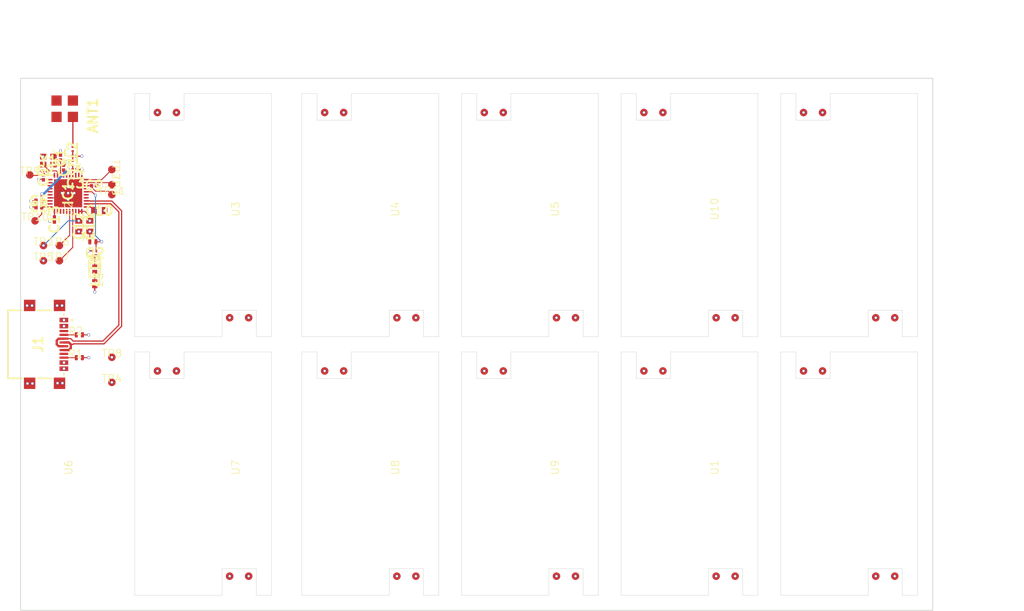
<source format=kicad_pcb>
(kicad_pcb (version 20221018) (generator pcbnew)
  (layers (0 "F.Cu" signal) (1 "In1.Cu" signal) (2 "In2.Cu" signal) (31 "B.Cu" signal) (34 "B.Paste" user) (35 "F.Paste" user) (36 "B.SilkS" user "B.Silkscreen") (37 "F.SilkS" user "F.Silkscreen") (38 "B.Mask" user) (39 "F.Mask" user) (44 "Edge.Cuts" user))
  (net 0 "")
  (net 3 "GND")
  (net 4 "VBUS")
  (net 5 "Net-(J1-CC1)")
  (net 6 "Net-(J1-CC2)")
  (net 7 "Net-(ANT1-FEED)")
  (net 11 "/XC1")
  (net 12 "/XC2")
  (net 13 "Net-(IC1-ANT)")
  (net 14 "Net-(C4-Pad2)")
  (net 15 "Net-(IC1-VDD_4)")
  (net 16 "/DEC_4_6")
  (net 17 "Net-(IC1-DEC3)")
  (net 18 "Net-(IC1-VDD_3)")
  (net 19 "Net-(IC1-VDD_2)")
  (net 20 "Net-(IC1-DECUSB)")
  (net 21 "/VDD_nRF")
  (net 22 "Net-(IC1-DEC1)")
  (net 26 "/LED_GPIO")
  (net 27 "/UART_TX")
  (net 28 "/UART_RX")
  (net 33 "Net-(IC1-SWDIO)")
  (net 34 "Net-(IC1-SWDCLK)")
  (net 45 "Net-(LED1-K)")
  (net 46 "Net-(LED1-A)")
  (net 47 "/D_P")
  (net 48 "/D_N")
  (footprint "the_backrooms:fbt_tracker" (layer "F.Cu") (at 111 54.5 90)
    (fp_text reference "U4")
    (fp_text value "~")
    (fp_line (start -29.5 -3) (end -29.5 8.5) (stroke (width 0.05)) (layer "Edge.Cuts"))
    (fp_line (start -29.5 8.5) (end -26 8.5) (stroke (width 0.05)) (layer "Edge.Cuts"))
    (fp_line (start -29.5 13) (end -29.5 15) (stroke (width 0.05)) (layer "Edge.Cuts"))
    (fp_line (start -29.5 15) (end 2.5 15) (stroke (width 0.05)) (layer "Edge.Cuts"))
    (fp_line (start -26 8.5) (end -26 13) (stroke (width 0.05)) (layer "Edge.Cuts"))
    (fp_line (start -26 13) (end -29.5 13) (stroke (width 0.05)) (layer "Edge.Cuts"))
    (fp_line (start -1 -1) (end 2.5 -1) (stroke (width 0.05)) (layer "Edge.Cuts"))
    (fp_line (start -1 3.5) (end -1 -1) (stroke (width 0.05)) (layer "Edge.Cuts"))
    (fp_line (start 2.5 -3) (end -29.5 -3) (stroke (width 0.05)) (layer "Edge.Cuts"))
    (fp_line (start 2.5 -1) (end 2.5 -3) (stroke (width 0.05)) (layer "Edge.Cuts"))
    (fp_line (start 2.5 3.5) (end -1 3.5) (stroke (width 0.05)) (layer "Edge.Cuts"))
    (fp_line (start 2.5 15) (end 2.5 3.5) (stroke (width 0.05)) (layer "Edge.Cuts"))
  )
  (footprint "the_backrooms:LQP03HQ0N5B02D" (layer "F.Cu") (at 56.85 61.15 90)
    (fp_text reference "L1")
    (fp_text value "4.7nH" hide)
  )
  (footprint "the_backrooms:tp_1mm" (layer "F.Cu") (at 62 86.7)
    (fp_text reference "TP8")
    (fp_text value "~")
  )
  (footprint "sodimm_wallbreaker:CAPC0603X33N" (layer "F.Cu") (at 55.65 61.75 90)
    (fp_text reference "C7")
    (fp_text value "100pF" hide)
  )
  (footprint "the_backrooms:fbt_tracker" (layer "F.Cu") (at 90 88.5 90)
    (fp_text reference "U7")
    (fp_text value "~")
    (fp_line (start -29.5 -3) (end -29.5 8.5) (stroke (width 0.05)) (layer "Edge.Cuts"))
    (fp_line (start -29.5 8.5) (end -26 8.5) (stroke (width 0.05)) (layer "Edge.Cuts"))
    (fp_line (start -29.5 13) (end -29.5 15) (stroke (width 0.05)) (layer "Edge.Cuts"))
    (fp_line (start -29.5 15) (end 2.5 15) (stroke (width 0.05)) (layer "Edge.Cuts"))
    (fp_line (start -26 8.5) (end -26 13) (stroke (width 0.05)) (layer "Edge.Cuts"))
    (fp_line (start -26 13) (end -29.5 13) (stroke (width 0.05)) (layer "Edge.Cuts"))
    (fp_line (start -1 -1) (end 2.5 -1) (stroke (width 0.05)) (layer "Edge.Cuts"))
    (fp_line (start -1 3.5) (end -1 -1) (stroke (width 0.05)) (layer "Edge.Cuts"))
    (fp_line (start 2.5 -3) (end -29.5 -3) (stroke (width 0.05)) (layer "Edge.Cuts"))
    (fp_line (start 2.5 -1) (end 2.5 -3) (stroke (width 0.05)) (layer "Edge.Cuts"))
    (fp_line (start 2.5 3.5) (end -1 3.5) (stroke (width 0.05)) (layer "Edge.Cuts"))
    (fp_line (start 2.5 15) (end 2.5 3.5) (stroke (width 0.05)) (layer "Edge.Cuts"))
  )
  (footprint "the_backrooms:fbt_tracker" (layer "F.Cu") (at 153 88.5 90)
    (fp_text reference "U1")
    (fp_text value "~")
    (fp_line (start -29.5 -3) (end -29.5 8.5) (stroke (width 0.05)) (layer "Edge.Cuts"))
    (fp_line (start -29.5 8.5) (end -26 8.5) (stroke (width 0.05)) (layer "Edge.Cuts"))
    (fp_line (start -29.5 13) (end -29.5 15) (stroke (width 0.05)) (layer "Edge.Cuts"))
    (fp_line (start -29.5 15) (end 2.5 15) (stroke (width 0.05)) (layer "Edge.Cuts"))
    (fp_line (start -26 8.5) (end -26 13) (stroke (width 0.05)) (layer "Edge.Cuts"))
    (fp_line (start -26 13) (end -29.5 13) (stroke (width 0.05)) (layer "Edge.Cuts"))
    (fp_line (start -1 -1) (end 2.5 -1) (stroke (width 0.05)) (layer "Edge.Cuts"))
    (fp_line (start -1 3.5) (end -1 -1) (stroke (width 0.05)) (layer "Edge.Cuts"))
    (fp_line (start 2.5 -3) (end -29.5 -3) (stroke (width 0.05)) (layer "Edge.Cuts"))
    (fp_line (start 2.5 -1) (end 2.5 -3) (stroke (width 0.05)) (layer "Edge.Cuts"))
    (fp_line (start 2.5 3.5) (end -1 3.5) (stroke (width 0.05)) (layer "Edge.Cuts"))
    (fp_line (start 2.5 15) (end 2.5 3.5) (stroke (width 0.05)) (layer "Edge.Cuts"))
  )
  (footprint "the_backrooms:fbt_tracker" (layer "F.Cu") (at 153 54.5 90)
    (fp_text reference "U10")
    (fp_text value "~")
    (fp_line (start -29.5 -3) (end -29.5 8.5) (stroke (width 0.05)) (layer "Edge.Cuts"))
    (fp_line (start -29.5 8.5) (end -26 8.5) (stroke (width 0.05)) (layer "Edge.Cuts"))
    (fp_line (start -29.5 13) (end -29.5 15) (stroke (width 0.05)) (layer "Edge.Cuts"))
    (fp_line (start -29.5 15) (end 2.5 15) (stroke (width 0.05)) (layer "Edge.Cuts"))
    (fp_line (start -26 8.5) (end -26 13) (stroke (width 0.05)) (layer "Edge.Cuts"))
    (fp_line (start -26 13) (end -29.5 13) (stroke (width 0.05)) (layer "Edge.Cuts"))
    (fp_line (start -1 -1) (end 2.5 -1) (stroke (width 0.05)) (layer "Edge.Cuts"))
    (fp_line (start -1 3.5) (end -1 -1) (stroke (width 0.05)) (layer "Edge.Cuts"))
    (fp_line (start 2.5 -3) (end -29.5 -3) (stroke (width 0.05)) (layer "Edge.Cuts"))
    (fp_line (start 2.5 -1) (end 2.5 -3) (stroke (width 0.05)) (layer "Edge.Cuts"))
    (fp_line (start 2.5 3.5) (end -1 3.5) (stroke (width 0.05)) (layer "Edge.Cuts"))
    (fp_line (start 2.5 15) (end 2.5 3.5) (stroke (width 0.05)) (layer "Edge.Cuts"))
  )
  (footprint "the_backrooms:LQP03HQ0N5B02D" (layer "F.Cu") (at 56.85 59.3 90)
    (fp_text reference "L2")
    (fp_text value "2.2nH" hide)
  )
  (footprint "the_backrooms:tp_1mm" (layer "F.Cu") (at 53 72)
    (fp_text reference "TP1")
    (fp_text value "~")
  )
  (footprint "the_backrooms:CAPC1608X90N" (layer "F.Cu") (at 57.65 69.45 90)
    (fp_text reference "C12")
    (fp_text value "4.7uF" hide)
  )
  (footprint "sodimm_wallbreaker:CAPC0603X33N" (layer "F.Cu") (at 54.45 68.575 90)
    (fp_text reference "C13")
    (fp_text value "100nF" hide)
  )
  (footprint "the_backrooms:0402_res" (layer "F.Cu") (at 57.225 86.75)
    (fp_text reference "R1")
    (fp_text value "5.1k")
  )
  (footprint "sodimm_wallbreaker:CAPC0603X33N" (layer "F.Cu") (at 53.2 62.175 180)
    (fp_text reference "C2")
    (fp_text value "8pF" hide)
  )
  (footprint "sodimm_wallbreaker:CAPC0603X33N" (layer "F.Cu") (at 59.65 64.125)
    (fp_text reference "C9")
    (fp_text value "100nF" hide)
  )
  (footprint "the_backrooms:GSB1C41110SSHR" (layer "F.Cu") (at 52.3 85 -90)
    (fp_text reference "J1")
    (fp_text value "GSB1C41110SSHR" hide)
  )
  (footprint "the_backrooms:CAPC1608X90N" (layer "F.Cu") (at 59.1 69.45 90)
    (fp_text reference "C11")
    (fp_text value "4.7uF" hide)
  )
  (footprint "the_backrooms:CAPC1005X55N" (layer "F.Cu") (at 52.4 66.125)
    (fp_text reference "C6")
    (fp_text value "1uF" hide)
  )
  (footprint "the_backrooms:tp_1mm" (layer "F.Cu") (at 62 65.3)
    (fp_text reference "TP11")
    (fp_text value "~")
  )
  (footprint "sodimm_wallbreaker:CAPC0603X33N" (layer "F.Cu") (at 53 63.025 -90)
    (fp_text reference "C8")
    (fp_text value "100nF" hide)
  )
  (footprint "the_backrooms:tp_1mm" (layer "F.Cu") (at 53 74)
    (fp_text reference "TP5")
    (fp_text value "~")
  )
  (footprint "the_backrooms:CAPC0603X33N" (layer "F.Cu") (at 57.1 60.25 180)
    (fp_text reference "C4")
    (fp_text value "1.2pF" hide)
  )
  (footprint "the_backrooms:LEDC1005X35N" (layer "F.Cu") (at 59.75 75.1 -90)
    (fp_text reference "LED1")
    (fp_text value "green" hide)
  )
  (footprint "the_backrooms:fbt_tracker" (layer "F.Cu") (at 132 54.5 90)
    (fp_text reference "U5")
    (fp_text value "~")
    (fp_line (start -29.5 -3) (end -29.5 8.5) (stroke (width 0.05)) (layer "Edge.Cuts"))
    (fp_line (start -29.5 8.5) (end -26 8.5) (stroke (width 0.05)) (layer "Edge.Cuts"))
    (fp_line (start -29.5 13) (end -29.5 15) (stroke (width 0.05)) (layer "Edge.Cuts"))
    (fp_line (start -29.5 15) (end 2.5 15) (stroke (width 0.05)) (layer "Edge.Cuts"))
    (fp_line (start -26 8.5) (end -26 13) (stroke (width 0.05)) (layer "Edge.Cuts"))
    (fp_line (start -26 13) (end -29.5 13) (stroke (width 0.05)) (layer "Edge.Cuts"))
    (fp_line (start -1 -1) (end 2.5 -1) (stroke (width 0.05)) (layer "Edge.Cuts"))
    (fp_line (start -1 3.5) (end -1 -1) (stroke (width 0.05)) (layer "Edge.Cuts"))
    (fp_line (start 2.5 -3) (end -29.5 -3) (stroke (width 0.05)) (layer "Edge.Cuts"))
    (fp_line (start 2.5 -1) (end 2.5 -3) (stroke (width 0.05)) (layer "Edge.Cuts"))
    (fp_line (start 2.5 3.5) (end -1 3.5) (stroke (width 0.05)) (layer "Edge.Cuts"))
    (fp_line (start 2.5 15) (end 2.5 3.5) (stroke (width 0.05)) (layer "Edge.Cuts"))
  )
  (footprint "the_backrooms:fbt_tracker" (layer "F.Cu") (at 132 88.5 90)
    (fp_text reference "U9")
    (fp_text value "~")
    (fp_line (start -29.5 -3) (end -29.5 8.5) (stroke (width 0.05)) (layer "Edge.Cuts"))
    (fp_line (start -29.5 8.5) (end -26 8.5) (stroke (width 0.05)) (layer "Edge.Cuts"))
    (fp_line (start -29.5 13) (end -29.5 15) (stroke (width 0.05)) (layer "Edge.Cuts"))
    (fp_line (start -29.5 15) (end 2.5 15) (stroke (width 0.05)) (layer "Edge.Cuts"))
    (fp_line (start -26 8.5) (end -26 13) (stroke (width 0.05)) (layer "Edge.Cuts"))
    (fp_line (start -26 13) (end -29.5 13) (stroke (width 0.05)) (layer "Edge.Cuts"))
    (fp_line (start -1 -1) (end 2.5 -1) (stroke (width 0.05)) (layer "Edge.Cuts"))
    (fp_line (start -1 3.5) (end -1 -1) (stroke (width 0.05)) (layer "Edge.Cuts"))
    (fp_line (start 2.5 -3) (end -29.5 -3) (stroke (width 0.05)) (layer "Edge.Cuts"))
    (fp_line (start 2.5 -1) (end 2.5 -3) (stroke (width 0.05)) (layer "Edge.Cuts"))
    (fp_line (start 2.5 3.5) (end -1 3.5) (stroke (width 0.05)) (layer "Edge.Cuts"))
    (fp_line (start 2.5 15) (end 2.5 3.5) (stroke (width 0.05)) (layer "Edge.Cuts"))
  )
  (footprint "the_backrooms:CAPC1005X55N" (layer "F.Cu") (at 52.4 66.925)
    (fp_text reference "C5")
    (fp_text value "1uF" hide)
  )
  (footprint "the_backrooms:CAPC1608X90N" (layer "F.Cu") (at 60.35 67.4 180)
    (fp_text reference "C10")
    (fp_text value "4.7uF" hide)
  )
  (footprint "the_backrooms:QFN40P500X500X90-41N-D" (layer "F.Cu") (at 56.25 65.125 90)
    (fp_text reference "IC1")
    (fp_text value "nRF52820-QDAA-R" hide)
  )
  (footprint "the_backrooms:fbt_tracker" (layer "F.Cu") (at 68 54.5 90)
    (fp_text reference "U2")
    (fp_text value "~")
    (fp_line (start -29.5 -3) (end -29.5 8.5) (stroke (width 0.05)) (layer "Edge.Cuts"))
    (fp_line (start -29.5 8.5) (end -26 8.5) (stroke (width 0.05)) (layer "Edge.Cuts"))
    (fp_line (start -29.5 13) (end -29.5 15) (stroke (width 0.05)) (layer "Edge.Cuts"))
    (fp_line (start -29.5 15) (end 2.5 15) (stroke (width 0.05)) (layer "Edge.Cuts"))
    (fp_line (start -26 8.5) (end -26 13) (stroke (width 0.05)) (layer "Edge.Cuts"))
    (fp_line (start -26 13) (end -29.5 13) (stroke (width 0.05)) (layer "Edge.Cuts"))
    (fp_line (start -1 -1) (end 2.5 -1) (stroke (width 0.05)) (layer "Edge.Cuts"))
    (fp_line (start -1 3.5) (end -1 -1) (stroke (width 0.05)) (layer "Edge.Cuts"))
    (fp_line (start 2.5 -3) (end -29.5 -3) (stroke (width 0.05)) (layer "Edge.Cuts"))
    (fp_line (start 2.5 -1) (end 2.5 -3) (stroke (width 0.05)) (layer "Edge.Cuts"))
    (fp_line (start 2.5 3.5) (end -1 3.5) (stroke (width 0.05)) (layer "Edge.Cuts"))
    (fp_line (start 2.5 15) (end 2.5 3.5) (stroke (width 0.05)) (layer "Edge.Cuts"))
  )
  (footprint "the_backrooms:0402_res" (layer "F.Cu") (at 57.225 83.75)
    (fp_text reference "R2")
    (fp_text value "5.1k")
  )
  (footprint "sodimm_wallbreaker:CAPC0603X33N" (layer "F.Cu") (at 55.25 60.425 90)
    (fp_text reference "C1")
    (fp_text value "8pF" hide)
  )
  (footprint "the_backrooms:fbt_tracker" (layer "F.Cu") (at 90 54.5 90)
    (fp_text reference "U3")
    (fp_text value "~")
    (fp_line (start -29.5 -3) (end -29.5 8.5) (stroke (width 0.05)) (layer "Edge.Cuts"))
    (fp_line (start -29.5 8.5) (end -26 8.5) (stroke (width 0.05)) (layer "Edge.Cuts"))
    (fp_line (start -29.5 13) (end -29.5 15) (stroke (width 0.05)) (layer "Edge.Cuts"))
    (fp_line (start -29.5 15) (end 2.5 15) (stroke (width 0.05)) (layer "Edge.Cuts"))
    (fp_line (start -26 8.5) (end -26 13) (stroke (width 0.05)) (layer "Edge.Cuts"))
    (fp_line (start -26 13) (end -29.5 13) (stroke (width 0.05)) (layer "Edge.Cuts"))
    (fp_line (start -1 -1) (end 2.5 -1) (stroke (width 0.05)) (layer "Edge.Cuts"))
    (fp_line (start -1 3.5) (end -1 -1) (stroke (width 0.05)) (layer "Edge.Cuts"))
    (fp_line (start 2.5 -3) (end -29.5 -3) (stroke (width 0.05)) (layer "Edge.Cuts"))
    (fp_line (start 2.5 -1) (end 2.5 -3) (stroke (width 0.05)) (layer "Edge.Cuts"))
    (fp_line (start 2.5 3.5) (end -1 3.5) (stroke (width 0.05)) (layer "Edge.Cuts"))
    (fp_line (start 2.5 15) (end 2.5 3.5) (stroke (width 0.05)) (layer "Edge.Cuts"))
  )
  (footprint "the_backrooms:0402_res" (layer "F.Cu") (at 59 71.5)
    (fp_text reference "R4")
    (fp_text value "1M")
  )
  (footprint "the_backrooms:ECS320837B2CTNTR" (layer "F.Cu") (at 53.65 60.825 180)
    (fp_text reference "Y1")
    (fp_text value "ECS-320-8-37B2-CTN-TR" hide)
  )
  (footprint "the_backrooms:tp_1mm" (layer "F.Cu") (at 62 64 -90)
    (fp_text reference "TP3")
    (fp_text value "~")
  )
  (footprint "the_backrooms:tp_1mm" (layer "F.Cu") (at 55.1 72)
    (fp_text reference "TP6")
    (fp_text value "~")
  )
  (footprint "the_backrooms:RV2C010UNT2L" (layer "F.Cu") (at 59.75 73.025 180)
    (fp_text reference "Q2")
    (fp_text value "RV2C010UNT2L" hide)
  )
  (footprint "the_backrooms:tp_1mm" (layer "F.Cu") (at 55.1 74)
    (fp_text reference "TP7")
    (fp_text value "~")
  )
  (footprint "the_backrooms:fbt_tracker" (layer "F.Cu") (at 111 88.5 90)
    (fp_text reference "U8")
    (fp_text value "~")
    (fp_line (start -29.5 -3) (end -29.5 8.5) (stroke (width 0.05)) (layer "Edge.Cuts"))
    (fp_line (start -29.5 8.5) (end -26 8.5) (stroke (width 0.05)) (layer "Edge.Cuts"))
    (fp_line (start -29.5 13) (end -29.5 15) (stroke (width 0.05)) (layer "Edge.Cuts"))
    (fp_line (start -29.5 15) (end 2.5 15) (stroke (width 0.05)) (layer "Edge.Cuts"))
    (fp_line (start -26 8.5) (end -26 13) (stroke (width 0.05)) (layer "Edge.Cuts"))
    (fp_line (start -26 13) (end -29.5 13) (stroke (width 0.05)) (layer "Edge.Cuts"))
    (fp_line (start -1 -1) (end 2.5 -1) (stroke (width 0.05)) (layer "Edge.Cuts"))
    (fp_line (start -1 3.5) (end -1 -1) (stroke (width 0.05)) (layer "Edge.Cuts"))
    (fp_line (start 2.5 -3) (end -29.5 -3) (stroke (width 0.05)) (layer "Edge.Cuts"))
    (fp_line (start 2.5 -1) (end 2.5 -3) (stroke (width 0.05)) (layer "Edge.Cuts"))
    (fp_line (start 2.5 3.5) (end -1 3.5) (stroke (width 0.05)) (layer "Edge.Cuts"))
    (fp_line (start 2.5 15) (end 2.5 3.5) (stroke (width 0.05)) (layer "Edge.Cuts"))
  )
  (footprint "the_backrooms:tp_1mm" (layer "F.Cu") (at 62 90)
    (fp_text reference "TP4")
    (fp_text value "~")
  )
  (footprint "the_backrooms:fbt_tracker" (layer "F.Cu") (at 68 88.5 90)
    (fp_text reference "U6")
    (fp_text value "~")
    (fp_line (start -29.5 -3) (end -29.5 8.5) (stroke (width 0.05)) (layer "Edge.Cuts"))
    (fp_line (start -29.5 8.5) (end -26 8.5) (stroke (width 0.05)) (layer "Edge.Cuts"))
    (fp_line (start -29.5 13) (end -29.5 15) (stroke (width 0.05)) (layer "Edge.Cuts"))
    (fp_line (start -29.5 15) (end 2.5 15) (stroke (width 0.05)) (layer "Edge.Cuts"))
    (fp_line (start -26 8.5) (end -26 13) (stroke (width 0.05)) (layer "Edge.Cuts"))
    (fp_line (start -26 13) (end -29.5 13) (stroke (width 0.05)) (layer "Edge.Cuts"))
    (fp_line (start -1 -1) (end 2.5 -1) (stroke (width 0.05)) (layer "Edge.Cuts"))
    (fp_line (start -1 3.5) (end -1 -1) (stroke (width 0.05)) (layer "Edge.Cuts"))
    (fp_line (start 2.5 -3) (end -29.5 -3) (stroke (width 0.05)) (layer "Edge.Cuts"))
    (fp_line (start 2.5 -1) (end 2.5 -3) (stroke (width 0.05)) (layer "Edge.Cuts"))
    (fp_line (start 2.5 3.5) (end -1 3.5) (stroke (width 0.05)) (layer "Edge.Cuts"))
    (fp_line (start 2.5 15) (end 2.5 3.5) (stroke (width 0.05)) (layer "Edge.Cuts"))
  )
  (footprint "the_backrooms:tp_1mm" (layer "F.Cu") (at 62 62 -90)
    (fp_text reference "TP2")
    (fp_text value "~")
  )
  (footprint "the_backrooms:CAPC0603X33N" (layer "F.Cu") (at 57.1 62 180)
    (fp_text reference "C3")
    (fp_text value "1pF" hide)
  )
  (footprint "the_backrooms:tp_1mm" (layer "F.Cu") (at 51.2 62.7)
    (fp_text reference "TP9")
    (fp_text value "~")
  )
  (footprint "the_backrooms:0402_res" (layer "F.Cu") (at 59.75 76.525 -90)
    (fp_text reference "R3")
    (fp_text value "560R")
  )
  (footprint "the_backrooms:tp_1mm" (layer "F.Cu") (at 51.9 68.75)
    (fp_text reference "TP10")
    (fp_text value "~")
  )
  (footprint "the_backrooms:0479480001" (layer "F.Cu") (at 55.8 54 -90)
    (fp_text reference "ANT1")
    (fp_text value "0479480001" hide)
  )
  (gr_rect (start 50 50) (end 170 120) (stroke (width 0.1)) (fill none) (layer "Edge.Cuts"))
  (segment (start 52.02 66.925) (end 51.375 66.925) (width 0.127) (layer "F.Cu") (net 3))
  (segment (start 52.02 66.125) (end 51.375 66.125) (width 0.127) (layer "F.Cu") (net 3))
  (segment (start 58.125 83.75) (end 58.95 83.75) (width 0.127) (layer "F.Cu") (net 3))
  (segment (start 53 63.275) (end 52.375 63.275) (width 0.127) (layer "F.Cu") (net 3))
  (segment (start 54.45 68.825) (end 53.875 68.825) (width 0.127) (layer "F.Cu") (net 3))
  (segment (start 56.25 65.125) (end 56.25 65.125) (width 0.127) (layer "F.Cu") (net 3))
  (segment (start 60.525 64.125) (end 59.9 64.125) (width 0.127) (layer "F.Cu") (net 3))
  (segment (start 56.45 64.1) (end 56.25 64.3) (width 0.127) (layer "F.Cu") (net 3))
  (segment (start 56.275 65.1) (end 56.25 65.1) (width 0.127) (layer "F.Cu") (net 3))
  (segment (start 56.45 62.75) (end 56.45 64.1) (width 0.127) (layer "F.Cu") (net 3))
  (segment (start 53.875 68.825) (end 53.85 68.8) (width 0.127) (layer "F.Cu") (net 3))
  (segment (start 51.375 66.125) (end 51.35 66.15) (width 0.127) (layer "F.Cu") (net 3))
  (segment (start 53.875 65.725) (end 55.65 65.725) (width 0.127) (layer "F.Cu") (net 3))
  (segment (start 51.375 66.925) (end 51.35 66.95) (width 0.127) (layer "F.Cu") (net 3))
  (segment (start 57.35 60.25) (end 58.05 60.25) (width 0.156464) (layer "F.Cu") (net 3))
  (segment (start 56.45 64.5) (end 56.45 64.925) (width 0.127) (layer "F.Cu") (net 3))
  (segment (start 58.125 86.75) (end 58.95 86.75) (width 0.127) (layer "F.Cu") (net 3))
  (segment (start 52.375 62.175) (end 52.35 62.15) (width 0.127) (layer "F.Cu") (net 3))
  (segment (start 52.95 62.175) (end 52.375 62.175) (width 0.127) (layer "F.Cu") (net 3))
  (segment (start 60.6 64.2) (end 60.525 64.125) (width 0.127) (layer "F.Cu") (net 3))
  (segment (start 59.1 71.5) (end 59.1 70.15) (width 0.127) (layer "F.Cu") (net 3))
  (segment (start 56.25 64.3) (end 56.45 64.5) (width 0.127) (layer "F.Cu") (net 3))
  (segment (start 55.25 60.175) (end 55.25 59.55) (width 0.156464) (layer "F.Cu") (net 3))
  (segment (start 52.375 63.275) (end 52.35 63.3) (width 0.127) (layer "F.Cu") (net 3))
  (segment (start 59.5375 72.7) (end 58.9 72.7) (width 0.156464) (layer "F.Cu") (net 3))
  (segment (start 56.1 61.05) (end 56.1 61) (width 0.156464) (layer "F.Cu") (net 3))
  (segment (start 55.65 61.5) (end 56.1 61.05) (width 0.156464) (layer "F.Cu") (net 3))
  (segment (start 57.35 62) (end 58.05 62) (width 0.156464) (layer "F.Cu") (net 3))
  (segment (start 56.25 65.1) (end 56.25 65.125) (width 0.127) (layer "F.Cu") (net 3))
  (segment (start 55.65 65.725) (end 56.25 65.125) (width 0.127) (layer "F.Cu") (net 3))
  (segment (start 56.45 64.925) (end 56.275 65.1) (width 0.127) (layer "F.Cu") (net 3))
  (via (at 58.95 83.75) (size 0.4) (drill 0.3) (layers "F.Cu" "B.Cu") (net 3))
  (via (at 77.5 81.5) (size 0.4) (drill 0.3) (layers "F.Cu" "B.Cu") (net 3))
  (via (at 99.5 115.5) (size 0.4) (drill 0.3) (layers "F.Cu" "B.Cu") (net 3))
  (via (at 55.5 90.1) (size 0.4) (drill 0.3) (layers "F.Cu" "B.Cu") (net 3))
  (via (at 92.5 88.5) (size 0.4) (drill 0.3) (layers "F.Cu" "B.Cu") (net 3))
  (via (at 141.5 81.5) (size 0.4) (drill 0.3) (layers "F.Cu" "B.Cu") (net 3))
  (via (at 59.1 70.15) (size 0.4) (drill 0.3) (layers "F.Cu" "B.Cu") (net 3))
  (via (at 120.5 115.5) (size 0.4) (drill 0.3) (layers "F.Cu" "B.Cu") (net 3))
  (via (at 141.5 115.5) (size 0.4) (drill 0.3) (layers "F.Cu" "B.Cu") (net 3))
  (via (at 120.5 81.5) (size 0.4) (drill 0.3) (layers "F.Cu" "B.Cu") (net 3))
  (via (at 134.5 88.5) (size 0.4) (drill 0.3) (layers "F.Cu" "B.Cu") (net 3))
  (via (at 58.9 72.7) (size 0.4) (drill 0.3) (layers "F.Cu" "B.Cu") (net 3))
  (via (at 58.05 60.25) (size 0.4) (drill 0.3) (layers "F.Cu" "B.Cu") (net 3))
  (via (at 113.5 54.5) (size 0.4) (drill 0.3) (layers "F.Cu" "B.Cu") (net 3))
  (via (at 55.45 79.9) (size 0.4) (drill 0.3) (layers "F.Cu" "B.Cu") (net 3))
  (via (at 162.5 115.5) (size 0.4) (drill 0.3) (layers "F.Cu" "B.Cu") (net 3))
  (via (at 58.95 86.75) (size 0.4) (drill 0.3) (layers "F.Cu" "B.Cu") (net 3))
  (via (at 70.5 54.5) (size 0.4) (drill 0.3) (layers "F.Cu" "B.Cu") (net 3))
  (via (at 155.5 88.5) (size 0.4) (drill 0.3) (layers "F.Cu" "B.Cu") (net 3))
  (via (at 52.95 60.3) (size 0.4) (drill 0.3) (layers "F.Cu" "B.Cu") (net 3))
  (via (at 51.5 79.9) (size 0.4) (drill 0.3) (layers "F.Cu" "B.Cu") (net 3))
  (via (at 70.5 88.5) (size 0.4) (drill 0.3) (layers "F.Cu" "B.Cu") (net 3))
  (via (at 51.35 66.15) (size 0.4) (drill 0.3) (layers "F.Cu" "B.Cu") (net 3))
  (via (at 53.85 68.8) (size 0.4) (drill 0.3) (layers "F.Cu" "B.Cu") (net 3))
  (via (at 52.35 62.15) (size 0.4) (drill 0.3) (layers "F.Cu" "B.Cu") (net 3))
  (via (at 52.35 63.3) (size 0.4) (drill 0.3) (layers "F.Cu" "B.Cu") (net 3))
  (via (at 92.5 54.5) (size 0.4) (drill 0.3) (layers "F.Cu" "B.Cu") (net 3))
  (via (at 51.35 66.95) (size 0.4) (drill 0.3) (layers "F.Cu" "B.Cu") (net 3))
  (via (at 55.7 88.2) (size 0.4) (drill 0.3) (layers "F.Cu" "B.Cu") (net 3))
  (via (at 54.8 79.9) (size 0.4) (drill 0.3) (layers "F.Cu" "B.Cu") (net 3))
  (via (at 55.7 81.8) (size 0.4) (drill 0.3) (layers "F.Cu" "B.Cu") (net 3))
  (via (at 50.85 79.9) (size 0.4) (drill 0.3) (layers "F.Cu" "B.Cu") (net 3))
  (via (at 53 74) (size 0.4) (drill 0.3) (layers "F.Cu" "B.Cu") (net 3))
  (via (at 55.45 65.1) (size 0.4) (drill 0.3) (layers "F.Cu" "B.Cu") (net 3))
  (via (at 55.25 59.55) (size 0.4) (drill 0.3) (layers "F.Cu" "B.Cu") (net 3))
  (via (at 57.65 70.15) (size 0.4) (drill 0.3) (layers "F.Cu" "B.Cu") (net 3))
  (via (at 54.3 61.35) (size 0.4) (drill 0.3) (layers "F.Cu" "B.Cu") (net 3))
  (via (at 99.5 81.5) (size 0.4) (drill 0.3) (layers "F.Cu" "B.Cu") (net 3))
  (via (at 54.85 90.1) (size 0.4) (drill 0.3) (layers "F.Cu" "B.Cu") (net 3))
  (via (at 58.05 62) (size 0.4) (drill 0.3) (layers "F.Cu" "B.Cu") (net 3))
  (via (at 113.5 88.5) (size 0.4) (drill 0.3) (layers "F.Cu" "B.Cu") (net 3))
  (via (at 134.5 54.5) (size 0.4) (drill 0.3) (layers "F.Cu" "B.Cu") (net 3))
  (via (at 62 86.7) (size 0.4) (drill 0.3) (layers "F.Cu" "B.Cu") (net 3))
  (via (at 155.5 54.5) (size 0.4) (drill 0.3) (layers "F.Cu" "B.Cu") (net 3))
  (via (at 61.05 67.4) (size 0.4) (drill 0.3) (layers "F.Cu" "B.Cu") (net 3))
  (via (at 50.9 90.15) (size 0.4) (drill 0.3) (layers "F.Cu" "B.Cu") (net 3))
  (via (at 57.05 65.1) (size 0.4) (drill 0.3) (layers "F.Cu" "B.Cu") (net 3))
  (via (at 56.1 61) (size 0.4) (drill 0.3) (layers "F.Cu" "B.Cu") (net 3))
  (via (at 56.25 65.1) (size 0.4) (drill 0.3) (layers "F.Cu" "B.Cu") (net 3))
  (via (at 60.6 64.2) (size 0.4) (drill 0.3) (layers "F.Cu" "B.Cu") (net 3))
  (via (at 51.55 90.15) (size 0.4) (drill 0.3) (layers "F.Cu" "B.Cu") (net 3))
  (via (at 56.25 65.95) (size 0.4) (drill 0.3) (layers "F.Cu" "B.Cu") (net 3))
  (via (at 77.5 115.5) (size 0.4) (drill 0.3) (layers "F.Cu" "B.Cu") (net 3))
  (via (at 162.5 81.5) (size 0.4) (drill 0.3) (layers "F.Cu" "B.Cu") (net 3))
  (via (at 56.25 64.3) (size 0.4) (drill 0.3) (layers "F.Cu" "B.Cu") (net 3))
  (segment (start 58.05 67.5) (end 58.45 67.5) (width 0.127) (layer "F.Cu") (net 4))
  (segment (start 57.65 67.5) (end 58.05 67.5) (width 0.2) (layer "F.Cu") (net 4))
  (segment (start 58.45 67.5) (end 59.1 68.15) (width 0.127) (layer "F.Cu") (net 4))
  (segment (start 59.1 68.15) (end 59.1 68.75) (width 0.127) (layer "F.Cu") (net 4))
  (segment (start 59.75 77.425) (end 59.75 78.1) (width 0.156464) (layer "F.Cu") (net 4))
  (via (at 132 88.5) (size 0.4) (drill 0.3) (layers "F.Cu" "B.Cu") (net 4))
  (via (at 62 90) (size 0.4) (drill 0.3) (layers "F.Cu" "B.Cu") (net 4))
  (via (at 132 54.5) (size 0.4) (drill 0.3) (layers "F.Cu" "B.Cu") (net 4))
  (via (at 80 81.5) (size 0.4) (drill 0.3) (layers "F.Cu" "B.Cu") (net 4))
  (via (at 90 54.5) (size 0.4) (drill 0.3) (layers "F.Cu" "B.Cu") (net 4))
  (via (at 123 115.5) (size 0.4) (drill 0.3) (layers "F.Cu" "B.Cu") (net 4))
  (via (at 55.7 87.4) (size 0.4) (drill 0.3) (layers "F.Cu" "B.Cu") (net 4))
  (via (at 102 81.5) (size 0.4) (drill 0.3) (layers "F.Cu" "B.Cu") (net 4))
  (via (at 165 115.5) (size 0.4) (drill 0.3) (layers "F.Cu" "B.Cu") (net 4))
  (via (at 55.7 82.6) (size 0.4) (drill 0.3) (layers "F.Cu" "B.Cu") (net 4))
  (via (at 165 81.5) (size 0.4) (drill 0.3) (layers "F.Cu" "B.Cu") (net 4))
  (via (at 59.75 78.1) (size 0.4) (drill 0.3) (layers "F.Cu" "B.Cu") (net 4))
  (via (at 68 54.5) (size 0.4) (drill 0.3) (layers "F.Cu" "B.Cu") (net 4))
  (via (at 102 115.5) (size 0.4) (drill 0.3) (layers "F.Cu" "B.Cu") (net 4))
  (via (at 111 54.5) (size 0.4) (drill 0.3) (layers "F.Cu" "B.Cu") (net 4))
  (via (at 80 115.5) (size 0.4) (drill 0.3) (layers "F.Cu" "B.Cu") (net 4))
  (via (at 111 88.5) (size 0.4) (drill 0.3) (layers "F.Cu" "B.Cu") (net 4))
  (via (at 144 115.5) (size 0.4) (drill 0.3) (layers "F.Cu" "B.Cu") (net 4))
  (via (at 153 88.5) (size 0.4) (drill 0.3) (layers "F.Cu" "B.Cu") (net 4))
  (via (at 123 81.5) (size 0.4) (drill 0.3) (layers "F.Cu" "B.Cu") (net 4))
  (via (at 153 54.5) (size 0.4) (drill 0.3) (layers "F.Cu" "B.Cu") (net 4))
  (via (at 59.1 68.75) (size 0.4) (drill 0.3) (layers "F.Cu" "B.Cu") (net 4))
  (via (at 90 88.5) (size 0.4) (drill 0.3) (layers "F.Cu" "B.Cu") (net 4))
  (via (at 144 81.5) (size 0.4) (drill 0.3) (layers "F.Cu" "B.Cu") (net 4))
  (via (at 68 88.5) (size 0.4) (drill 0.3) (layers "F.Cu" "B.Cu") (net 4))
  (segment (start 55.69 83.75) (end 57.325 83.75) (width 0.127) (layer "F.Cu") (net 5))
  (segment (start 57.325 86.75) (end 55.69 86.75) (width 0.127) (layer "F.Cu") (net 6))
  (segment (start 56.875 55.075) (end 56.875 59) (width 0.156464) (layer "F.Cu") (net 7))
  (segment (start 56.875 59) (end 56.85 59.025) (width 0.156464) (layer "F.Cu") (net 7))
  (segment (start 55.25 62.75) (end 55.25 60.675) (width 0.127) (layer "F.Cu") (net 11))
  (segment (start 54.325 60.3) (end 54.7 60.675) (width 0.127) (layer "F.Cu") (net 11))
  (segment (start 54.7 60.675) (end 55.25 60.675) (width 0.127) (layer "F.Cu") (net 11))
  (segment (start 54.85 62.75) (end 54.85 62.35) (width 0.127) (layer "F.Cu") (net 12))
  (segment (start 54.85 62.35) (end 54.675 62.175) (width 0.127) (layer "F.Cu") (net 12))
  (segment (start 52.975 61.35) (end 53.45 61.825) (width 0.127) (layer "F.Cu") (net 12))
  (segment (start 53.45 61.825) (end 53.45 62.175) (width 0.127) (layer "F.Cu") (net 12))
  (segment (start 54.675 62.175) (end 53.45 62.175) (width 0.127) (layer "F.Cu") (net 12))
  (segment (start 56.85 62.75) (end 56.85 62) (width 0.156464) (layer "F.Cu") (net 13))
  (segment (start 56.85 61.425) (end 56.85 62) (width 0.156464) (layer "F.Cu") (net 13))
  (segment (start 56.85 59.575) (end 56.85 60.25) (width 0.156464) (layer "F.Cu") (net 14))
  (segment (start 56.85 60.875) (end 56.85 60.25) (width 0.156464) (layer "F.Cu") (net 14))
  (segment (start 52.78 66.925) (end 52.78 67.87) (width 0.127) (layer "F.Cu") (net 15))
  (segment (start 53.875 66.925) (end 52.78 66.925) (width 0.127) (layer "F.Cu") (net 15))
  (segment (start 52.78 67.87) (end 51.9 68.75) (width 0.127) (layer "F.Cu") (net 15))
  (segment (start 53.875 66.125) (end 52.78 66.125) (width 0.127) (layer "F.Cu") (net 16))
  (segment (start 56.05 62.2) (end 56.25 62) (width 0.127) (layer "F.Cu") (net 16))
  (segment (start 52.78 65.22) (end 52.8 65.2) (width 0.3) (layer "F.Cu") (net 16))
  (segment (start 52.78 66.125) (end 52.78 65.22) (width 0.3) (layer "F.Cu") (net 16))
  (segment (start 56.05 62.75) (end 56.05 62.2) (width 0.127) (layer "F.Cu") (net 16))
  (via (at 52.8 65.2) (size 0.4) (drill 0.3) (layers "F.Cu" "B.Cu") (net 16))
  (via (at 56.25 62) (size 0.4) (drill 0.3) (layers "F.Cu" "B.Cu") (net 16))
  (segment (start 56.25 62) (end 53.05 65.2) (width 0.3) (layer "B.Cu") (net 16))
  (segment (start 53.05 65.2) (end 52.8 65.2) (width 0.3) (layer "B.Cu") (net 16))
  (segment (start 55.65 62) (end 55.65 62.75) (width 0.127) (layer "F.Cu") (net 17))
  (segment (start 53 62.775) (end 54.425 62.775) (width 0.127) (layer "F.Cu") (net 18))
  (segment (start 54.425 62.775) (end 54.45 62.75) (width 0.127) (layer "F.Cu") (net 18))
  (segment (start 53 62.775) (end 51.275 62.775) (width 0.127) (layer "F.Cu") (net 18))
  (segment (start 51.275 62.775) (end 51.2 62.7) (width 0.127) (layer "F.Cu") (net 18))
  (segment (start 59.4 64.4) (end 59.85 64.85) (width 0.127) (layer "F.Cu") (net 19))
  (segment (start 61.55 64.85) (end 62 65.3) (width 0.127) (layer "F.Cu") (net 19))
  (segment (start 59.4 64.125) (end 58.625 64.125) (width 0.127) (layer "F.Cu") (net 19))
  (segment (start 59.4 64.125) (end 59.4 64.4) (width 0.127) (layer "F.Cu") (net 19))
  (segment (start 59.85 64.85) (end 61.55 64.85) (width 0.127) (layer "F.Cu") (net 19))
  (segment (start 58.625 66.925) (end 59.175 66.925) (width 0.127) (layer "F.Cu") (net 20))
  (segment (start 59.175 66.925) (end 59.65 67.4) (width 0.127) (layer "F.Cu") (net 20))
  (segment (start 57.65 68.75) (end 57.25 68.35) (width 0.127) (layer "F.Cu") (net 21))
  (segment (start 57.25 68.35) (end 57.25 67.5) (width 0.127) (layer "F.Cu") (net 21))
  (via (at 57.65 68.75) (size 0.4) (drill 0.3) (layers "F.Cu" "B.Cu") (net 21))
  (via (at 53 72) (size 0.4) (drill 0.3) (layers "F.Cu" "B.Cu") (net 21))
  (segment (start 57.65 68.75) (end 56.25 68.75) (width 0.127) (layer "B.Cu") (net 21))
  (segment (start 56.25 68.75) (end 53 72) (width 0.127) (layer "B.Cu") (net 21))
  (segment (start 54.45 67.5) (end 54.45 68.325) (width 0.127) (layer "F.Cu") (net 22))
  (segment (start 59.85 65.4) (end 59.375 64.925) (width 0.127) (layer "F.Cu") (net 26))
  (segment (start 59.925 72.7) (end 59.925 71.525) (width 0.127) (layer "F.Cu") (net 26))
  (segment (start 59.9 71.5) (end 60.65 71.5) (width 0.127) (layer "F.Cu") (net 26))
  (segment (start 59.375 64.925) (end 58.625 64.925) (width 0.127) (layer "F.Cu") (net 26))
  (segment (start 59.925 71.525) (end 59.9 71.5) (width 0.127) (layer "F.Cu") (net 26))
  (via (at 59.85 65.4) (size 0.4) (drill 0.3) (layers "F.Cu" "B.Cu") (net 26))
  (via (at 60.65 71.5) (size 0.4) (drill 0.3) (layers "F.Cu" "B.Cu") (net 26))
  (segment (start 59.85 70.7) (end 60.65 71.5) (width 0.127) (layer "B.Cu") (net 26))
  (segment (start 59.85 65.4) (end 59.85 70.7) (width 0.127) (layer "B.Cu") (net 26))
  (segment (start 56.45 67.5) (end 56.45 70.65) (width 0.127) (layer "F.Cu") (net 27))
  (segment (start 56.45 70.65) (end 55.1 72) (width 0.127) (layer "F.Cu") (net 27))
  (segment (start 56.85 72.25) (end 55.1 74) (width 0.127) (layer "F.Cu") (net 28))
  (segment (start 56.85 67.5) (end 56.85 72.25) (width 0.127) (layer "F.Cu") (net 28))
  (segment (start 61.725 63.725) (end 62 64) (width 0.127) (layer "F.Cu") (net 33))
  (segment (start 58.625 63.725) (end 61.725 63.725) (width 0.127) (layer "F.Cu") (net 33))
  (segment (start 58.625 63.325) (end 60.675 63.325) (width 0.127) (layer "F.Cu") (net 34))
  (segment (start 60.675 63.325) (end 62 62) (width 0.127) (layer "F.Cu") (net 34))
  (segment (start 59.75 73.35) (end 59.75 74.75) (width 0.127) (layer "F.Cu") (net 45))
  (segment (start 59.75 76.625) (end 59.75 75.45) (width 0.127) (layer "F.Cu") (net 46))
  (segment (start 60.974859 84.930721) (end 56.969279 84.930721) (width 0.158242) (layer "F.Cu") (net 47))
  (segment (start 56.35 85.75) (end 56.6 85.5) (width 0.3) (layer "F.Cu") (net 47))
  (segment (start 56.969279 84.930721) (end 56.9 85) (width 0.158242) (layer "F.Cu") (net 47))
  (segment (start 56.6 85) (end 56.35 84.75) (width 0.3) (layer "F.Cu") (net 47))
  (segment (start 59.112501 66.125) (end 59.13178 66.144279) (width 0.158242) (layer "F.Cu") (net 47))
  (segment (start 56.35 84.75) (end 55.69 84.75) (width 0.3) (layer "F.Cu") (net 47))
  (segment (start 56.6 85.5) (end 56.6 85) (width 0.3) (layer "F.Cu") (net 47))
  (segment (start 55.69 85.75) (end 56.35 85.75) (width 0.3) (layer "F.Cu") (net 47))
  (segment (start 59.13178 66.144279) (end 61.999859 66.144279) (width 0.158242) (layer "F.Cu") (net 47))
  (segment (start 58.625 66.125) (end 59.112501 66.125) (width 0.158242) (layer "F.Cu") (net 47))
  (segment (start 63.280721 67.425141) (end 63.280721 82.624859) (width 0.158242) (layer "F.Cu") (net 47))
  (segment (start 63.280721 82.624859) (end 60.974859 84.930721) (width 0.158242) (layer "F.Cu") (net 47))
  (segment (start 56.6 85) (end 56.9 85) (width 0.156464) (layer "F.Cu") (net 47))
  (segment (start 61.999859 66.144279) (end 63.280721 67.425141) (width 0.158242) (layer "F.Cu") (net 47))
  (segment (start 56.919279 84.569279) (end 56.9 84.55) (width 0.158242) (layer "F.Cu") (net 48))
  (segment (start 55.69 85.25) (end 55 85.25) (width 0.3) (layer "F.Cu") (net 48))
  (segment (start 56.6 84.25) (end 56.9 84.55) (width 0.156464) (layer "F.Cu") (net 48))
  (segment (start 59.112501 66.525) (end 59.13178 66.505721) (width 0.158242) (layer "F.Cu") (net 48))
  (segment (start 58.625 66.525) (end 59.112501 66.525) (width 0.158242) (layer "F.Cu") (net 48))
  (segment (start 61.850141 66.505721) (end 62.919279 67.574859) (width 0.158242) (layer "F.Cu") (net 48))
  (segment (start 62.919279 82.475141) (end 60.825141 84.569279) (width 0.158242) (layer "F.Cu") (net 48))
  (segment (start 55.69 84.25) (end 56.6 84.25) (width 0.156464) (layer "F.Cu") (net 48))
  (segment (start 54.75 85) (end 54.75 84.5) (width 0.3) (layer "F.Cu") (net 48))
  (segment (start 55 85.25) (end 54.75 85) (width 0.3) (layer "F.Cu") (net 48))
  (segment (start 62.919279 67.574859) (end 62.919279 82.475141) (width 0.158242) (layer "F.Cu") (net 48))
  (segment (start 54.75 84.5) (end 55 84.25) (width 0.3) (layer "F.Cu") (net 48))
  (segment (start 60.825141 84.569279) (end 56.919279 84.569279) (width 0.158242) (layer "F.Cu") (net 48))
  (segment (start 55 84.25) (end 55.69 84.25) (width 0.3) (layer "F.Cu") (net 48))
  (segment (start 59.13178 66.505721) (end 61.850141 66.505721) (width 0.158242) (layer "F.Cu") (net 48))
)
</source>
